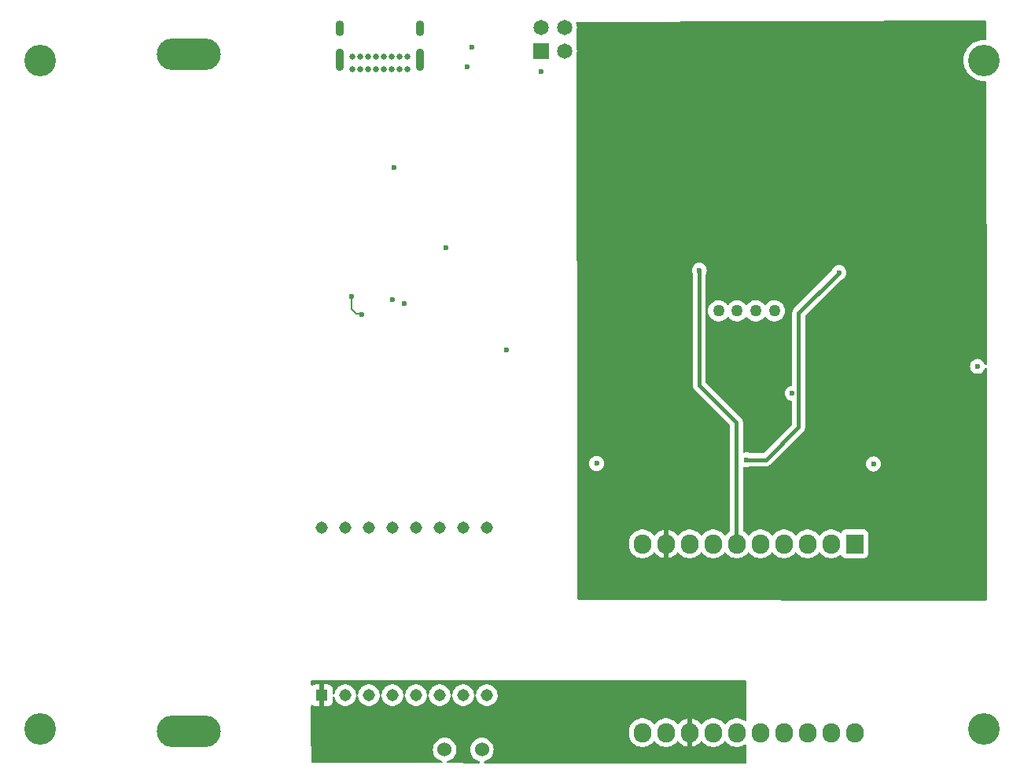
<source format=gbr>
%TF.GenerationSoftware,KiCad,Pcbnew,8.0.0*%
%TF.CreationDate,2025-02-07T12:08:42-03:30*%
%TF.ProjectId,H_Bridges,485f4272-6964-4676-9573-2e6b69636164,rev?*%
%TF.SameCoordinates,Original*%
%TF.FileFunction,Copper,L3,Inr*%
%TF.FilePolarity,Positive*%
%FSLAX46Y46*%
G04 Gerber Fmt 4.6, Leading zero omitted, Abs format (unit mm)*
G04 Created by KiCad (PCBNEW 8.0.0) date 2025-02-07 12:08:42*
%MOMM*%
%LPD*%
G01*
G04 APERTURE LIST*
%TA.AperFunction,ComponentPad*%
%ADD10C,3.400000*%
%TD*%
%TA.AperFunction,ComponentPad*%
%ADD11O,6.880000X3.440000*%
%TD*%
%TA.AperFunction,ComponentPad*%
%ADD12C,0.650000*%
%TD*%
%TA.AperFunction,ComponentPad*%
%ADD13O,0.900000X1.700000*%
%TD*%
%TA.AperFunction,ComponentPad*%
%ADD14O,0.900000X2.400000*%
%TD*%
%TA.AperFunction,ComponentPad*%
%ADD15R,1.900000X2.100000*%
%TD*%
%TA.AperFunction,ComponentPad*%
%ADD16O,1.900000X2.100000*%
%TD*%
%TA.AperFunction,ComponentPad*%
%ADD17C,1.524000*%
%TD*%
%TA.AperFunction,ComponentPad*%
%ADD18R,1.308000X1.308000*%
%TD*%
%TA.AperFunction,ComponentPad*%
%ADD19C,1.308000*%
%TD*%
%TA.AperFunction,ComponentPad*%
%ADD20R,1.651000X1.651000*%
%TD*%
%TA.AperFunction,ComponentPad*%
%ADD21C,1.651000*%
%TD*%
%TA.AperFunction,ComponentPad*%
%ADD22C,1.270000*%
%TD*%
%TA.AperFunction,ViaPad*%
%ADD23C,0.600000*%
%TD*%
%TA.AperFunction,Conductor*%
%ADD24C,0.200000*%
%TD*%
%TA.AperFunction,Conductor*%
%ADD25C,0.400000*%
%TD*%
G04 APERTURE END LIST*
D10*
%TO.N,unconnected-(H4-Pad1)*%
%TO.C,H4*%
X187300000Y-124200000D03*
%TD*%
%TO.N,unconnected-(H1-Pad1)*%
%TO.C,H1*%
X187300000Y-52250000D03*
%TD*%
%TO.N,unconnected-(H3-Pad1)*%
%TO.C,H3*%
X85700000Y-124200000D03*
%TD*%
D11*
%TO.N,GND*%
%TO.C,BT1*%
X101700000Y-124450000D03*
%TO.N,Net-(D10-K)*%
X101700000Y-51550000D03*
%TD*%
D10*
%TO.N,unconnected-(H2-Pad1)*%
%TO.C,H2*%
X85700000Y-52250000D03*
%TD*%
D12*
%TO.N,GND*%
%TO.C,J2*%
X125225000Y-53180000D03*
%TO.N,/Charger/VBUS*%
X124375000Y-53180000D03*
%TO.N,/Charger/CC1*%
X123525000Y-53180000D03*
%TO.N,/Charger/DP*%
X122675000Y-53180000D03*
%TO.N,/Charger/DN*%
X121825000Y-53180000D03*
%TO.N,unconnected-(J2-SBU1-PadA8)*%
X120975000Y-53180000D03*
%TO.N,/Charger/VBUS*%
X120125000Y-53180000D03*
%TO.N,GND*%
X119275000Y-53180000D03*
X119275000Y-51830000D03*
%TO.N,/Charger/VBUS*%
X120125000Y-51830000D03*
%TO.N,/Charger/CC2*%
X120975000Y-51830000D03*
%TO.N,/Charger/DP*%
X121825000Y-51830000D03*
%TO.N,/Charger/DN*%
X122675000Y-51830000D03*
%TO.N,unconnected-(J2-SBU2-PadB8)*%
X123525000Y-51830000D03*
%TO.N,/Charger/VBUS*%
X124375000Y-51830000D03*
%TO.N,GND*%
X125225000Y-51830000D03*
D13*
X126575000Y-48820000D03*
X117925000Y-48820000D03*
D14*
X126575000Y-52200000D03*
X117925000Y-52200000D03*
%TD*%
D15*
%TO.N,unconnected-(U1-RESET_5V-Pad1)*%
%TO.C,U1*%
X173390000Y-104300000D03*
D16*
%TO.N,unconnected-(U1-ADC-Pad2)*%
X170850000Y-104300000D03*
%TO.N,unconnected-(U1-CH_PD-Pad3)*%
X168310000Y-104300000D03*
%TO.N,/P2*%
X165770000Y-104300000D03*
%TO.N,/P1*%
X163230000Y-104300000D03*
%TO.N,/P3*%
X160690000Y-104300000D03*
%TO.N,/P4*%
X158150000Y-104300000D03*
%TO.N,unconnected-(U1-VIN-Pad8)*%
X155610000Y-104300000D03*
%TO.N,+5V*%
X153070000Y-104300000D03*
%TO.N,GND*%
X150530000Y-104300000D03*
X150530000Y-124620000D03*
%TO.N,unconnected-(U1-LDO_EN-Pad12)*%
X153070000Y-124620000D03*
%TO.N,+3V3*%
X155610000Y-124620000D03*
%TO.N,unconnected-(U1-GPIO15-Pad14)*%
X158150000Y-124620000D03*
%TO.N,unconnected-(U1-GPIO2-Pad15)*%
X160690000Y-124620000D03*
%TO.N,unconnected-(U1-GPIO0-Pad16)*%
X163230000Y-124620000D03*
%TO.N,unconnected-(U1-GPIO4-Pad17)*%
X165770000Y-124620000D03*
%TO.N,unconnected-(U1-GPIO5-Pad18)*%
X168310000Y-124620000D03*
%TO.N,/MP3_TX*%
X170850000Y-124620000D03*
%TO.N,/MP3_RX*%
X173390000Y-124620000D03*
%TD*%
D17*
%TO.N,/SPK+*%
%TO.C,LS1*%
X129250000Y-126450000D03*
%TO.N,/SPK-*%
X133250000Y-126450000D03*
%TD*%
D18*
%TO.N,+3V3*%
%TO.C,U4*%
X116000000Y-120600000D03*
D19*
%TO.N,Net-(U4-RX)*%
X118540000Y-120600000D03*
%TO.N,Net-(U4-TX)*%
X121080000Y-120600000D03*
%TO.N,unconnected-(U4-DAC_R-Pad4)*%
X123620000Y-120600000D03*
%TO.N,unconnected-(U4-DAC_L-Pad5)*%
X126160000Y-120600000D03*
%TO.N,/SPK+*%
X128700000Y-120600000D03*
%TO.N,GND*%
X131240000Y-120600000D03*
%TO.N,/SPK-*%
X133780000Y-120600000D03*
%TO.N,unconnected-(U4-IO1-Pad9)*%
X133780000Y-102566000D03*
%TO.N,GND*%
X131240000Y-102566000D03*
%TO.N,unconnected-(U4-IO2-Pad11)*%
X128700000Y-102566000D03*
%TO.N,unconnected-(U4-ADKEY1-Pad12)*%
X126160000Y-102566000D03*
%TO.N,unconnected-(U4-ADKEY2-Pad13)*%
X123620000Y-102566000D03*
%TO.N,unconnected-(U4-USB+-Pad14)*%
X121080000Y-102566000D03*
%TO.N,unconnected-(U4-USB--Pad15)*%
X118540000Y-102566000D03*
%TO.N,unconnected-(U4-BUSY-Pad16)*%
X116000000Y-102566000D03*
%TD*%
D20*
%TO.N,GND*%
%TO.C,LED1*%
X139611000Y-51267200D03*
D21*
%TO.N,Net-(LED1-Pad2)*%
X142151000Y-51267200D03*
%TO.N,Net-(U2-\u002ACHG)*%
X139611000Y-48727200D03*
%TO.N,VDD*%
X142151000Y-48727200D03*
%TD*%
D22*
%TO.N,/Coil_B+*%
%TO.C,J1*%
X158735851Y-79223350D03*
%TO.N,/Coil_A-*%
X160735849Y-79223350D03*
%TO.N,/Coil_B-*%
X162735850Y-79223350D03*
%TO.N,/Coil_A+*%
X164735849Y-79223350D03*
%TD*%
D23*
%TO.N,GND*%
X139600000Y-53450000D03*
X145600000Y-95650000D03*
X175400000Y-95700000D03*
X132180000Y-50790000D03*
X186600000Y-85200000D03*
X135930000Y-83400000D03*
X131627600Y-52910000D03*
%TO.N,Net-(D10-K)*%
X123600000Y-78000000D03*
X129350000Y-72450000D03*
%TO.N,VDD*%
X123800000Y-63750000D03*
%TO.N,+5V*%
X168392860Y-52800000D03*
X150950000Y-52800000D03*
X165964290Y-52800000D03*
X153378570Y-52800000D03*
X144150000Y-58214285D03*
X173250000Y-52800000D03*
X144150000Y-60642855D03*
X170821430Y-52800000D03*
X144150000Y-57000000D03*
X154592855Y-52800000D03*
X186550000Y-78200000D03*
X152164285Y-52800000D03*
X155807140Y-52800000D03*
X167178575Y-52800000D03*
X157021425Y-52800000D03*
X160800000Y-71300000D03*
X169607145Y-52800000D03*
X164750000Y-52800000D03*
X144150000Y-59428570D03*
X172035715Y-52800000D03*
X149735710Y-52800000D03*
X158235710Y-52800000D03*
X162400000Y-71200000D03*
X146800000Y-70950000D03*
%TO.N,Net-(Q10-S)*%
X119250000Y-77700000D03*
X120350000Y-79599999D03*
%TO.N,/P1*%
X166650000Y-88100000D03*
%TO.N,/P3*%
X156650000Y-74850000D03*
%TO.N,/P4*%
X171700000Y-75100000D03*
X161750000Y-95250000D03*
%TO.N,Net-(U2-\u002ACHG)*%
X124900000Y-78400000D03*
%TD*%
D24*
%TO.N,Net-(Q10-S)*%
X120250001Y-79500000D02*
X120350000Y-79599999D01*
X119250000Y-79000000D02*
X119750000Y-79500000D01*
X119750000Y-79500000D02*
X120250001Y-79500000D01*
X119250000Y-77700000D02*
X119250000Y-79000000D01*
D25*
%TO.N,/P3*%
X156650000Y-74850000D02*
X156650000Y-87200000D01*
X160661200Y-91211200D02*
X160661200Y-104280000D01*
X156650000Y-87200000D02*
X160661200Y-91211200D01*
%TO.N,/P4*%
X167350000Y-91700000D02*
X163800000Y-95250000D01*
X167350000Y-79450000D02*
X167350000Y-91700000D01*
X171700000Y-75100000D02*
X167350000Y-79450000D01*
X163800000Y-95250000D02*
X161750000Y-95250000D01*
%TD*%
%TA.AperFunction,Conductor*%
%TO.N,+3V3*%
G36*
X161576823Y-118999868D02*
G01*
X161643841Y-119019624D01*
X161689539Y-119072477D01*
X161700688Y-119123175D01*
X161723653Y-123234021D01*
X161704343Y-123301170D01*
X161651796Y-123347219D01*
X161582694Y-123357549D01*
X161526769Y-123335032D01*
X161450228Y-123279421D01*
X161246803Y-123175770D01*
X161029660Y-123105215D01*
X160804162Y-123069500D01*
X160804157Y-123069500D01*
X160575843Y-123069500D01*
X160575838Y-123069500D01*
X160350339Y-123105215D01*
X160133196Y-123175770D01*
X159929771Y-123279421D01*
X159745061Y-123413622D01*
X159583623Y-123575060D01*
X159583616Y-123575069D01*
X159520317Y-123662191D01*
X159464987Y-123704857D01*
X159395373Y-123710835D01*
X159333579Y-123678228D01*
X159319683Y-123662191D01*
X159256617Y-123575391D01*
X159256379Y-123575063D01*
X159094937Y-123413621D01*
X158910228Y-123279421D01*
X158706803Y-123175770D01*
X158489660Y-123105215D01*
X158264162Y-123069500D01*
X158264157Y-123069500D01*
X158035843Y-123069500D01*
X158035838Y-123069500D01*
X157810339Y-123105215D01*
X157593196Y-123175770D01*
X157389771Y-123279421D01*
X157205061Y-123413622D01*
X157043622Y-123575061D01*
X156999834Y-123635329D01*
X156980319Y-123662191D01*
X156980009Y-123662617D01*
X156924678Y-123705282D01*
X156855065Y-123711261D01*
X156793270Y-123678655D01*
X156779373Y-123662616D01*
X156716000Y-123575391D01*
X156715995Y-123575385D01*
X156554614Y-123414004D01*
X156369966Y-123279849D01*
X156166602Y-123176229D01*
X155949541Y-123105703D01*
X155860000Y-123091521D01*
X155860000Y-124175439D01*
X155806853Y-124144755D01*
X155677143Y-124110000D01*
X155542857Y-124110000D01*
X155413147Y-124144755D01*
X155360000Y-124175439D01*
X155360000Y-123091521D01*
X155359999Y-123091521D01*
X155270458Y-123105703D01*
X155053397Y-123176229D01*
X154850033Y-123279849D01*
X154665385Y-123414004D01*
X154504003Y-123575386D01*
X154440626Y-123662617D01*
X154385295Y-123705283D01*
X154315682Y-123711261D01*
X154253887Y-123678655D01*
X154239990Y-123662616D01*
X154239681Y-123662191D01*
X154176379Y-123575063D01*
X154014937Y-123413621D01*
X153830228Y-123279421D01*
X153626803Y-123175770D01*
X153409660Y-123105215D01*
X153184162Y-123069500D01*
X153184157Y-123069500D01*
X152955843Y-123069500D01*
X152955838Y-123069500D01*
X152730339Y-123105215D01*
X152513196Y-123175770D01*
X152309771Y-123279421D01*
X152125061Y-123413622D01*
X151963623Y-123575060D01*
X151963616Y-123575069D01*
X151900317Y-123662191D01*
X151844987Y-123704857D01*
X151775373Y-123710835D01*
X151713579Y-123678228D01*
X151699683Y-123662191D01*
X151636617Y-123575391D01*
X151636379Y-123575063D01*
X151474937Y-123413621D01*
X151290228Y-123279421D01*
X151086803Y-123175770D01*
X150869660Y-123105215D01*
X150644162Y-123069500D01*
X150644157Y-123069500D01*
X150415843Y-123069500D01*
X150415838Y-123069500D01*
X150190339Y-123105215D01*
X149973196Y-123175770D01*
X149769771Y-123279421D01*
X149585061Y-123413622D01*
X149423622Y-123575061D01*
X149289421Y-123759771D01*
X149185770Y-123963196D01*
X149115215Y-124180339D01*
X149079500Y-124405837D01*
X149079500Y-124834162D01*
X149115215Y-125059660D01*
X149185770Y-125276803D01*
X149288882Y-125479170D01*
X149289421Y-125480228D01*
X149423621Y-125664937D01*
X149585063Y-125826379D01*
X149769772Y-125960579D01*
X149865884Y-126009550D01*
X149973196Y-126064229D01*
X149973198Y-126064229D01*
X149973201Y-126064231D01*
X150089592Y-126102049D01*
X150190339Y-126134784D01*
X150415838Y-126170500D01*
X150415843Y-126170500D01*
X150644162Y-126170500D01*
X150869660Y-126134784D01*
X150871165Y-126134295D01*
X151086799Y-126064231D01*
X151290228Y-125960579D01*
X151474937Y-125826379D01*
X151636379Y-125664937D01*
X151699682Y-125577807D01*
X151755012Y-125535143D01*
X151824626Y-125529164D01*
X151886421Y-125561770D01*
X151900315Y-125577804D01*
X151963621Y-125664937D01*
X152125063Y-125826379D01*
X152309772Y-125960579D01*
X152405884Y-126009550D01*
X152513196Y-126064229D01*
X152513198Y-126064229D01*
X152513201Y-126064231D01*
X152629592Y-126102049D01*
X152730339Y-126134784D01*
X152955838Y-126170500D01*
X152955843Y-126170500D01*
X153184162Y-126170500D01*
X153409660Y-126134784D01*
X153411165Y-126134295D01*
X153626799Y-126064231D01*
X153830228Y-125960579D01*
X154014937Y-125826379D01*
X154176379Y-125664937D01*
X154239992Y-125577380D01*
X154295319Y-125534717D01*
X154364933Y-125528738D01*
X154426728Y-125561343D01*
X154440626Y-125577382D01*
X154504004Y-125664613D01*
X154504004Y-125664614D01*
X154665385Y-125825995D01*
X154850033Y-125960150D01*
X155053395Y-126063769D01*
X155270455Y-126134295D01*
X155360000Y-126148478D01*
X155360000Y-125064560D01*
X155413147Y-125095245D01*
X155542857Y-125130000D01*
X155677143Y-125130000D01*
X155806853Y-125095245D01*
X155860000Y-125064560D01*
X155860000Y-126148477D01*
X155949544Y-126134295D01*
X156166604Y-126063769D01*
X156369966Y-125960150D01*
X156554614Y-125825995D01*
X156715995Y-125664614D01*
X156716000Y-125664608D01*
X156779373Y-125577383D01*
X156834702Y-125534717D01*
X156904316Y-125528738D01*
X156966111Y-125561343D01*
X156980003Y-125577375D01*
X157043621Y-125664937D01*
X157205063Y-125826379D01*
X157389772Y-125960579D01*
X157485884Y-126009550D01*
X157593196Y-126064229D01*
X157593198Y-126064229D01*
X157593201Y-126064231D01*
X157709592Y-126102049D01*
X157810339Y-126134784D01*
X158035838Y-126170500D01*
X158035843Y-126170500D01*
X158264162Y-126170500D01*
X158489660Y-126134784D01*
X158491165Y-126134295D01*
X158706799Y-126064231D01*
X158910228Y-125960579D01*
X159094937Y-125826379D01*
X159256379Y-125664937D01*
X159319682Y-125577807D01*
X159375012Y-125535143D01*
X159444626Y-125529164D01*
X159506421Y-125561770D01*
X159520315Y-125577804D01*
X159583621Y-125664937D01*
X159745063Y-125826379D01*
X159929772Y-125960579D01*
X160025884Y-126009550D01*
X160133196Y-126064229D01*
X160133198Y-126064229D01*
X160133201Y-126064231D01*
X160249592Y-126102049D01*
X160350339Y-126134784D01*
X160575838Y-126170500D01*
X160575843Y-126170500D01*
X160804162Y-126170500D01*
X161029660Y-126134784D01*
X161031165Y-126134295D01*
X161246799Y-126064231D01*
X161450228Y-125960579D01*
X161542186Y-125893766D01*
X161607989Y-125870287D01*
X161676043Y-125886112D01*
X161724739Y-125936217D01*
X161739068Y-125993392D01*
X161749302Y-127825173D01*
X161729992Y-127892322D01*
X161677445Y-127938371D01*
X161625172Y-127949866D01*
X133583779Y-127919939D01*
X133516760Y-127900183D01*
X133471062Y-127847330D01*
X133461192Y-127778161D01*
X133490285Y-127714636D01*
X133549103Y-127676925D01*
X133551738Y-127676186D01*
X133683450Y-127640894D01*
X133883662Y-127547534D01*
X134064620Y-127420826D01*
X134220826Y-127264620D01*
X134347534Y-127083662D01*
X134440894Y-126883450D01*
X134498070Y-126670068D01*
X134517323Y-126450000D01*
X134498070Y-126229932D01*
X134440894Y-126016550D01*
X134347534Y-125816339D01*
X134220826Y-125635380D01*
X134064620Y-125479174D01*
X134064616Y-125479171D01*
X134064615Y-125479170D01*
X133883666Y-125352468D01*
X133883662Y-125352466D01*
X133721401Y-125276803D01*
X133683450Y-125259106D01*
X133683447Y-125259105D01*
X133683445Y-125259104D01*
X133470070Y-125201930D01*
X133470062Y-125201929D01*
X133250002Y-125182677D01*
X133249998Y-125182677D01*
X133029937Y-125201929D01*
X133029929Y-125201930D01*
X132816554Y-125259104D01*
X132816548Y-125259107D01*
X132616340Y-125352465D01*
X132616338Y-125352466D01*
X132435377Y-125479175D01*
X132279175Y-125635377D01*
X132152466Y-125816338D01*
X132152465Y-125816340D01*
X132059107Y-126016548D01*
X132059104Y-126016554D01*
X132001930Y-126229929D01*
X132001929Y-126229937D01*
X131982677Y-126449997D01*
X131982677Y-126450002D01*
X132001929Y-126670062D01*
X132001930Y-126670070D01*
X132059104Y-126883445D01*
X132059105Y-126883447D01*
X132059106Y-126883450D01*
X132152466Y-127083662D01*
X132152468Y-127083666D01*
X132279170Y-127264615D01*
X132279175Y-127264621D01*
X132435378Y-127420824D01*
X132435384Y-127420829D01*
X132616333Y-127547531D01*
X132616335Y-127547532D01*
X132616338Y-127547534D01*
X132816550Y-127640894D01*
X132945511Y-127675449D01*
X133005172Y-127711814D01*
X133035701Y-127774661D01*
X133027406Y-127844036D01*
X132982921Y-127897914D01*
X132916369Y-127919189D01*
X132913286Y-127919224D01*
X129599647Y-127915687D01*
X129532628Y-127895931D01*
X129486930Y-127843078D01*
X129477060Y-127773909D01*
X129506153Y-127710384D01*
X129564971Y-127672673D01*
X129567617Y-127671931D01*
X129651877Y-127649353D01*
X129683440Y-127640897D01*
X129683441Y-127640896D01*
X129683450Y-127640894D01*
X129883662Y-127547534D01*
X130064620Y-127420826D01*
X130220826Y-127264620D01*
X130347534Y-127083662D01*
X130440894Y-126883450D01*
X130498070Y-126670068D01*
X130517323Y-126450000D01*
X130498070Y-126229932D01*
X130440894Y-126016550D01*
X130347534Y-125816339D01*
X130220826Y-125635380D01*
X130064620Y-125479174D01*
X130064616Y-125479171D01*
X130064615Y-125479170D01*
X129883666Y-125352468D01*
X129883662Y-125352466D01*
X129721401Y-125276803D01*
X129683450Y-125259106D01*
X129683447Y-125259105D01*
X129683445Y-125259104D01*
X129470070Y-125201930D01*
X129470062Y-125201929D01*
X129250002Y-125182677D01*
X129249998Y-125182677D01*
X129029937Y-125201929D01*
X129029929Y-125201930D01*
X128816554Y-125259104D01*
X128816548Y-125259107D01*
X128616340Y-125352465D01*
X128616338Y-125352466D01*
X128435377Y-125479175D01*
X128279175Y-125635377D01*
X128152466Y-125816338D01*
X128152465Y-125816340D01*
X128059107Y-126016548D01*
X128059104Y-126016554D01*
X128001930Y-126229929D01*
X128001929Y-126229937D01*
X127982677Y-126449997D01*
X127982677Y-126450002D01*
X128001929Y-126670062D01*
X128001930Y-126670070D01*
X128059104Y-126883445D01*
X128059105Y-126883447D01*
X128059106Y-126883450D01*
X128152466Y-127083662D01*
X128152468Y-127083666D01*
X128279170Y-127264615D01*
X128279175Y-127264621D01*
X128435378Y-127420824D01*
X128435384Y-127420829D01*
X128616333Y-127547531D01*
X128616335Y-127547532D01*
X128616338Y-127547534D01*
X128816550Y-127640894D01*
X128816556Y-127640895D01*
X128816557Y-127640896D01*
X128929515Y-127671163D01*
X128989176Y-127707528D01*
X129019705Y-127770375D01*
X129011410Y-127839750D01*
X128966925Y-127893628D01*
X128900373Y-127914903D01*
X128897290Y-127914938D01*
X115022159Y-127900130D01*
X114955140Y-127880374D01*
X114909442Y-127827521D01*
X114898303Y-127777854D01*
X114850012Y-124300864D01*
X114850000Y-124299142D01*
X114850000Y-121754997D01*
X114869685Y-121687958D01*
X114922489Y-121642203D01*
X114991647Y-121632259D01*
X115048312Y-121655731D01*
X115103910Y-121697352D01*
X115103913Y-121697354D01*
X115238620Y-121747596D01*
X115238627Y-121747598D01*
X115298155Y-121753999D01*
X115298172Y-121754000D01*
X115750000Y-121754000D01*
X115750000Y-120915686D01*
X115754394Y-120920080D01*
X115845606Y-120972741D01*
X115947339Y-121000000D01*
X116052661Y-121000000D01*
X116154394Y-120972741D01*
X116245606Y-120920080D01*
X116250000Y-120915686D01*
X116250000Y-121754000D01*
X116701828Y-121754000D01*
X116701844Y-121753999D01*
X116761372Y-121747598D01*
X116761379Y-121747596D01*
X116896086Y-121697354D01*
X116896093Y-121697350D01*
X117011187Y-121611190D01*
X117011190Y-121611187D01*
X117097350Y-121496093D01*
X117097354Y-121496086D01*
X117147596Y-121361379D01*
X117147598Y-121361372D01*
X117153999Y-121301844D01*
X117154000Y-121301827D01*
X117154000Y-120833653D01*
X117173685Y-120766614D01*
X117226489Y-120720859D01*
X117295647Y-120710915D01*
X117359203Y-120739940D01*
X117396977Y-120798718D01*
X117399888Y-120810866D01*
X117400296Y-120813048D01*
X117458846Y-121018835D01*
X117458849Y-121018840D01*
X117554219Y-121210370D01*
X117683159Y-121381114D01*
X117841278Y-121525258D01*
X117841283Y-121525261D01*
X117841286Y-121525263D01*
X118023186Y-121637891D01*
X118023187Y-121637891D01*
X118023190Y-121637893D01*
X118222703Y-121715185D01*
X118433020Y-121754500D01*
X118433022Y-121754500D01*
X118646978Y-121754500D01*
X118646980Y-121754500D01*
X118857297Y-121715185D01*
X119056810Y-121637893D01*
X119238722Y-121525258D01*
X119396841Y-121381114D01*
X119525781Y-121210370D01*
X119621151Y-121018840D01*
X119621151Y-121018837D01*
X119621153Y-121018835D01*
X119679703Y-120813050D01*
X119679704Y-120813047D01*
X119686479Y-120739940D01*
X119686529Y-120739394D01*
X119712315Y-120674457D01*
X119769116Y-120633770D01*
X119838897Y-120630250D01*
X119899503Y-120665015D01*
X119931693Y-120727028D01*
X119933471Y-120739395D01*
X119940295Y-120813047D01*
X119940296Y-120813050D01*
X119998846Y-121018835D01*
X119998849Y-121018840D01*
X120094219Y-121210370D01*
X120223159Y-121381114D01*
X120381278Y-121525258D01*
X120381283Y-121525261D01*
X120381286Y-121525263D01*
X120563186Y-121637891D01*
X120563187Y-121637891D01*
X120563190Y-121637893D01*
X120762703Y-121715185D01*
X120973020Y-121754500D01*
X120973022Y-121754500D01*
X121186978Y-121754500D01*
X121186980Y-121754500D01*
X121397297Y-121715185D01*
X121596810Y-121637893D01*
X121778722Y-121525258D01*
X121936841Y-121381114D01*
X122065781Y-121210370D01*
X122161151Y-121018840D01*
X122161151Y-121018837D01*
X122161153Y-121018835D01*
X122219703Y-120813050D01*
X122219704Y-120813047D01*
X122226479Y-120739940D01*
X122226529Y-120739394D01*
X122252315Y-120674457D01*
X122309116Y-120633770D01*
X122378897Y-120630250D01*
X122439503Y-120665015D01*
X122471693Y-120727028D01*
X122473471Y-120739395D01*
X122480295Y-120813047D01*
X122480296Y-120813050D01*
X122538846Y-121018835D01*
X122538849Y-121018840D01*
X122634219Y-121210370D01*
X122763159Y-121381114D01*
X122921278Y-121525258D01*
X122921283Y-121525261D01*
X122921286Y-121525263D01*
X123103186Y-121637891D01*
X123103187Y-121637891D01*
X123103190Y-121637893D01*
X123302703Y-121715185D01*
X123513020Y-121754500D01*
X123513022Y-121754500D01*
X123726978Y-121754500D01*
X123726980Y-121754500D01*
X123937297Y-121715185D01*
X124136810Y-121637893D01*
X124318722Y-121525258D01*
X124476841Y-121381114D01*
X124605781Y-121210370D01*
X124701151Y-121018840D01*
X124701151Y-121018837D01*
X124701153Y-121018835D01*
X124759703Y-120813050D01*
X124759704Y-120813047D01*
X124766479Y-120739940D01*
X124766529Y-120739394D01*
X124792315Y-120674457D01*
X124849116Y-120633770D01*
X124918897Y-120630250D01*
X124979503Y-120665015D01*
X125011693Y-120727028D01*
X125013471Y-120739395D01*
X125020295Y-120813047D01*
X125020296Y-120813050D01*
X125078846Y-121018835D01*
X125078849Y-121018840D01*
X125174219Y-121210370D01*
X125303159Y-121381114D01*
X125461278Y-121525258D01*
X125461283Y-121525261D01*
X125461286Y-121525263D01*
X125643186Y-121637891D01*
X125643187Y-121637891D01*
X125643190Y-121637893D01*
X125842703Y-121715185D01*
X126053020Y-121754500D01*
X126053022Y-121754500D01*
X126266978Y-121754500D01*
X126266980Y-121754500D01*
X126477297Y-121715185D01*
X126676810Y-121637893D01*
X126858722Y-121525258D01*
X127016841Y-121381114D01*
X127145781Y-121210370D01*
X127241151Y-121018840D01*
X127241151Y-121018837D01*
X127241153Y-121018835D01*
X127299703Y-120813050D01*
X127299704Y-120813047D01*
X127306479Y-120739940D01*
X127306529Y-120739394D01*
X127332315Y-120674457D01*
X127389116Y-120633770D01*
X127458897Y-120630250D01*
X127519503Y-120665015D01*
X127551693Y-120727028D01*
X127553471Y-120739395D01*
X127560295Y-120813047D01*
X127560296Y-120813050D01*
X127618846Y-121018835D01*
X127618849Y-121018840D01*
X127714219Y-121210370D01*
X127843159Y-121381114D01*
X128001278Y-121525258D01*
X128001283Y-121525261D01*
X128001286Y-121525263D01*
X128183186Y-121637891D01*
X128183187Y-121637891D01*
X128183190Y-121637893D01*
X128382703Y-121715185D01*
X128593020Y-121754500D01*
X128593022Y-121754500D01*
X128806978Y-121754500D01*
X128806980Y-121754500D01*
X129017297Y-121715185D01*
X129216810Y-121637893D01*
X129398722Y-121525258D01*
X129556841Y-121381114D01*
X129685781Y-121210370D01*
X129781151Y-121018840D01*
X129781151Y-121018837D01*
X129781153Y-121018835D01*
X129839703Y-120813050D01*
X129839704Y-120813047D01*
X129846479Y-120739940D01*
X129846529Y-120739394D01*
X129872315Y-120674457D01*
X129929116Y-120633770D01*
X129998897Y-120630250D01*
X130059503Y-120665015D01*
X130091693Y-120727028D01*
X130093471Y-120739395D01*
X130100295Y-120813047D01*
X130100296Y-120813050D01*
X130158846Y-121018835D01*
X130158849Y-121018840D01*
X130254219Y-121210370D01*
X130383159Y-121381114D01*
X130541278Y-121525258D01*
X130541283Y-121525261D01*
X130541286Y-121525263D01*
X130723186Y-121637891D01*
X130723187Y-121637891D01*
X130723190Y-121637893D01*
X130922703Y-121715185D01*
X131133020Y-121754500D01*
X131133022Y-121754500D01*
X131346978Y-121754500D01*
X131346980Y-121754500D01*
X131557297Y-121715185D01*
X131756810Y-121637893D01*
X131938722Y-121525258D01*
X132096841Y-121381114D01*
X132225781Y-121210370D01*
X132321151Y-121018840D01*
X132321151Y-121018837D01*
X132321153Y-121018835D01*
X132379703Y-120813050D01*
X132379704Y-120813047D01*
X132386479Y-120739940D01*
X132386529Y-120739394D01*
X132412315Y-120674457D01*
X132469116Y-120633770D01*
X132538897Y-120630250D01*
X132599503Y-120665015D01*
X132631693Y-120727028D01*
X132633471Y-120739395D01*
X132640295Y-120813047D01*
X132640296Y-120813050D01*
X132698846Y-121018835D01*
X132698849Y-121018840D01*
X132794219Y-121210370D01*
X132923159Y-121381114D01*
X133081278Y-121525258D01*
X133081283Y-121525261D01*
X133081286Y-121525263D01*
X133263186Y-121637891D01*
X133263187Y-121637891D01*
X133263190Y-121637893D01*
X133462703Y-121715185D01*
X133673020Y-121754500D01*
X133673022Y-121754500D01*
X133886978Y-121754500D01*
X133886980Y-121754500D01*
X134097297Y-121715185D01*
X134296810Y-121637893D01*
X134478722Y-121525258D01*
X134636841Y-121381114D01*
X134765781Y-121210370D01*
X134861151Y-121018840D01*
X134861151Y-121018837D01*
X134861153Y-121018835D01*
X134919703Y-120813050D01*
X134919704Y-120813047D01*
X134926479Y-120739940D01*
X134939446Y-120600000D01*
X134919704Y-120386952D01*
X134889251Y-120279920D01*
X134861153Y-120181164D01*
X134861150Y-120181158D01*
X134765781Y-119989630D01*
X134636841Y-119818886D01*
X134478722Y-119674742D01*
X134478716Y-119674738D01*
X134478713Y-119674736D01*
X134296813Y-119562108D01*
X134296807Y-119562106D01*
X134097297Y-119484815D01*
X133886980Y-119445500D01*
X133673020Y-119445500D01*
X133462703Y-119484815D01*
X133412074Y-119504429D01*
X133263192Y-119562106D01*
X133263186Y-119562108D01*
X133081286Y-119674736D01*
X133081283Y-119674738D01*
X133081279Y-119674740D01*
X133081278Y-119674742D01*
X133049287Y-119703906D01*
X132923158Y-119818887D01*
X132794219Y-119989629D01*
X132698849Y-120181158D01*
X132698846Y-120181164D01*
X132640296Y-120386949D01*
X132640295Y-120386952D01*
X132633471Y-120460604D01*
X132607685Y-120525542D01*
X132550884Y-120566229D01*
X132481103Y-120569749D01*
X132420497Y-120534984D01*
X132388307Y-120472971D01*
X132386529Y-120460604D01*
X132379704Y-120386952D01*
X132379703Y-120386949D01*
X132321153Y-120181164D01*
X132321150Y-120181158D01*
X132225781Y-119989630D01*
X132096841Y-119818886D01*
X131938722Y-119674742D01*
X131938716Y-119674738D01*
X131938713Y-119674736D01*
X131756813Y-119562108D01*
X131756807Y-119562106D01*
X131557297Y-119484815D01*
X131346980Y-119445500D01*
X131133020Y-119445500D01*
X130922703Y-119484815D01*
X130872074Y-119504429D01*
X130723192Y-119562106D01*
X130723186Y-119562108D01*
X130541286Y-119674736D01*
X130541283Y-119674738D01*
X130541279Y-119674740D01*
X130541278Y-119674742D01*
X130509287Y-119703906D01*
X130383158Y-119818887D01*
X130254219Y-119989629D01*
X130158849Y-120181158D01*
X130158846Y-120181164D01*
X130100296Y-120386949D01*
X130100295Y-120386952D01*
X130093471Y-120460604D01*
X130067685Y-120525542D01*
X130010884Y-120566229D01*
X129941103Y-120569749D01*
X129880497Y-120534984D01*
X129848307Y-120472971D01*
X129846529Y-120460604D01*
X129839704Y-120386952D01*
X129839703Y-120386949D01*
X129781153Y-120181164D01*
X129781150Y-120181158D01*
X129685781Y-119989630D01*
X129556841Y-119818886D01*
X129398722Y-119674742D01*
X129398716Y-119674738D01*
X129398713Y-119674736D01*
X129216813Y-119562108D01*
X129216807Y-119562106D01*
X129017297Y-119484815D01*
X128806980Y-119445500D01*
X128593020Y-119445500D01*
X128382703Y-119484815D01*
X128332074Y-119504429D01*
X128183192Y-119562106D01*
X128183186Y-119562108D01*
X128001286Y-119674736D01*
X128001283Y-119674738D01*
X128001279Y-119674740D01*
X128001278Y-119674742D01*
X127969287Y-119703906D01*
X127843158Y-119818887D01*
X127714219Y-119989629D01*
X127618849Y-120181158D01*
X127618846Y-120181164D01*
X127560296Y-120386949D01*
X127560295Y-120386952D01*
X127553471Y-120460604D01*
X127527685Y-120525542D01*
X127470884Y-120566229D01*
X127401103Y-120569749D01*
X127340497Y-120534984D01*
X127308307Y-120472971D01*
X127306529Y-120460604D01*
X127299704Y-120386952D01*
X127299703Y-120386949D01*
X127241153Y-120181164D01*
X127241150Y-120181158D01*
X127145781Y-119989630D01*
X127016841Y-119818886D01*
X126858722Y-119674742D01*
X126858716Y-119674738D01*
X126858713Y-119674736D01*
X126676813Y-119562108D01*
X126676807Y-119562106D01*
X126477297Y-119484815D01*
X126266980Y-119445500D01*
X126053020Y-119445500D01*
X125842703Y-119484815D01*
X125792074Y-119504429D01*
X125643192Y-119562106D01*
X125643186Y-119562108D01*
X125461286Y-119674736D01*
X125461283Y-119674738D01*
X125461279Y-119674740D01*
X125461278Y-119674742D01*
X125429287Y-119703906D01*
X125303158Y-119818887D01*
X125174219Y-119989629D01*
X125078849Y-120181158D01*
X125078846Y-120181164D01*
X125020296Y-120386949D01*
X125020295Y-120386952D01*
X125013471Y-120460604D01*
X124987685Y-120525542D01*
X124930884Y-120566229D01*
X124861103Y-120569749D01*
X124800497Y-120534984D01*
X124768307Y-120472971D01*
X124766529Y-120460604D01*
X124759704Y-120386952D01*
X124759703Y-120386949D01*
X124701153Y-120181164D01*
X124701150Y-120181158D01*
X124605781Y-119989630D01*
X124476841Y-119818886D01*
X124318722Y-119674742D01*
X124318716Y-119674738D01*
X124318713Y-119674736D01*
X124136813Y-119562108D01*
X124136807Y-119562106D01*
X123937297Y-119484815D01*
X123726980Y-119445500D01*
X123513020Y-119445500D01*
X123302703Y-119484815D01*
X123252074Y-119504429D01*
X123103192Y-119562106D01*
X123103186Y-119562108D01*
X122921286Y-119674736D01*
X122921283Y-119674738D01*
X122921279Y-119674740D01*
X122921278Y-119674742D01*
X122889287Y-119703906D01*
X122763158Y-119818887D01*
X122634219Y-119989629D01*
X122538849Y-120181158D01*
X122538846Y-120181164D01*
X122480296Y-120386949D01*
X122480295Y-120386952D01*
X122473471Y-120460604D01*
X122447685Y-120525542D01*
X122390884Y-120566229D01*
X122321103Y-120569749D01*
X122260497Y-120534984D01*
X122228307Y-120472971D01*
X122226529Y-120460604D01*
X122219704Y-120386952D01*
X122219703Y-120386949D01*
X122161153Y-120181164D01*
X122161150Y-120181158D01*
X122065781Y-119989630D01*
X121936841Y-119818886D01*
X121778722Y-119674742D01*
X121778716Y-119674738D01*
X121778713Y-119674736D01*
X121596813Y-119562108D01*
X121596807Y-119562106D01*
X121397297Y-119484815D01*
X121186980Y-119445500D01*
X120973020Y-119445500D01*
X120762703Y-119484815D01*
X120712074Y-119504429D01*
X120563192Y-119562106D01*
X120563186Y-119562108D01*
X120381286Y-119674736D01*
X120381283Y-119674738D01*
X120381279Y-119674740D01*
X120381278Y-119674742D01*
X120349287Y-119703906D01*
X120223158Y-119818887D01*
X120094219Y-119989629D01*
X119998849Y-120181158D01*
X119998846Y-120181164D01*
X119940296Y-120386949D01*
X119940295Y-120386952D01*
X119933471Y-120460604D01*
X119907685Y-120525542D01*
X119850884Y-120566229D01*
X119781103Y-120569749D01*
X119720497Y-120534984D01*
X119688307Y-120472971D01*
X119686529Y-120460604D01*
X119679704Y-120386952D01*
X119679703Y-120386949D01*
X119621153Y-120181164D01*
X119621150Y-120181158D01*
X119525781Y-119989630D01*
X119396841Y-119818886D01*
X119238722Y-119674742D01*
X119238716Y-119674738D01*
X119238713Y-119674736D01*
X119056813Y-119562108D01*
X119056807Y-119562106D01*
X118857297Y-119484815D01*
X118646980Y-119445500D01*
X118433020Y-119445500D01*
X118222703Y-119484815D01*
X118172074Y-119504429D01*
X118023192Y-119562106D01*
X118023186Y-119562108D01*
X117841286Y-119674736D01*
X117841283Y-119674738D01*
X117841279Y-119674740D01*
X117841278Y-119674742D01*
X117809287Y-119703906D01*
X117683158Y-119818887D01*
X117554219Y-119989629D01*
X117458849Y-120181158D01*
X117458846Y-120181164D01*
X117400297Y-120386946D01*
X117399888Y-120389136D01*
X117399403Y-120390089D01*
X117398727Y-120392466D01*
X117398261Y-120392333D01*
X117368218Y-120451415D01*
X117307904Y-120486686D01*
X117238096Y-120483750D01*
X117180957Y-120443539D01*
X117154629Y-120378819D01*
X117154000Y-120366346D01*
X117154000Y-119898172D01*
X117153999Y-119898155D01*
X117147598Y-119838627D01*
X117147596Y-119838620D01*
X117097354Y-119703913D01*
X117097350Y-119703906D01*
X117011190Y-119588812D01*
X117011187Y-119588809D01*
X116896093Y-119502649D01*
X116896086Y-119502645D01*
X116761379Y-119452403D01*
X116761372Y-119452401D01*
X116701844Y-119446000D01*
X116250000Y-119446000D01*
X116250000Y-120284314D01*
X116245606Y-120279920D01*
X116154394Y-120227259D01*
X116052661Y-120200000D01*
X115947339Y-120200000D01*
X115845606Y-120227259D01*
X115754394Y-120279920D01*
X115750000Y-120284314D01*
X115750000Y-119446000D01*
X115298155Y-119446000D01*
X115238627Y-119452401D01*
X115238620Y-119452403D01*
X115103913Y-119502645D01*
X115103910Y-119502647D01*
X115048311Y-119544269D01*
X114982847Y-119568686D01*
X114914574Y-119553834D01*
X114865168Y-119504429D01*
X114850000Y-119445002D01*
X114850000Y-119074132D01*
X114869685Y-119007093D01*
X114922489Y-118961338D01*
X114974129Y-118950132D01*
X161576823Y-118999868D01*
G37*
%TD.AperFunction*%
%TD*%
%TA.AperFunction,Conductor*%
%TO.N,+5V*%
G36*
X187492906Y-47969865D02*
G01*
X187538828Y-48022523D01*
X187550198Y-48074193D01*
X187553167Y-49928778D01*
X187533590Y-49995849D01*
X187480859Y-50041689D01*
X187421058Y-50052712D01*
X187300000Y-50044778D01*
X187012161Y-50063644D01*
X187012155Y-50063645D01*
X187012150Y-50063646D01*
X186729254Y-50119917D01*
X186729239Y-50119921D01*
X186456094Y-50212642D01*
X186197393Y-50340219D01*
X186197386Y-50340223D01*
X185957547Y-50500478D01*
X185740672Y-50690672D01*
X185550478Y-50907547D01*
X185390223Y-51147386D01*
X185390219Y-51147393D01*
X185262642Y-51406094D01*
X185169921Y-51679239D01*
X185169917Y-51679254D01*
X185113646Y-51962150D01*
X185113644Y-51962162D01*
X185094778Y-52250000D01*
X185113644Y-52537837D01*
X185113646Y-52537849D01*
X185169917Y-52820745D01*
X185169921Y-52820760D01*
X185262642Y-53093905D01*
X185390219Y-53352606D01*
X185390223Y-53352613D01*
X185550478Y-53592452D01*
X185740672Y-53809327D01*
X185957546Y-53999520D01*
X186197389Y-54159778D01*
X186456098Y-54287359D01*
X186729247Y-54380081D01*
X187012161Y-54436356D01*
X187300000Y-54455222D01*
X187428490Y-54446800D01*
X187496673Y-54462057D01*
X187545784Y-54511755D01*
X187560600Y-54570335D01*
X187609215Y-84930453D01*
X187589638Y-84997524D01*
X187536907Y-85043364D01*
X187467765Y-85053418D01*
X187404162Y-85024495D01*
X187368174Y-84971607D01*
X187325789Y-84850478D01*
X187229816Y-84697738D01*
X187102262Y-84570184D01*
X186949523Y-84474211D01*
X186779254Y-84414631D01*
X186779249Y-84414630D01*
X186600004Y-84394435D01*
X186599996Y-84394435D01*
X186420750Y-84414630D01*
X186420745Y-84414631D01*
X186250476Y-84474211D01*
X186097737Y-84570184D01*
X185970184Y-84697737D01*
X185874211Y-84850476D01*
X185814631Y-85020745D01*
X185814630Y-85020750D01*
X185794435Y-85199996D01*
X185794435Y-85200003D01*
X185814630Y-85379249D01*
X185814631Y-85379254D01*
X185874211Y-85549523D01*
X185970184Y-85702262D01*
X186097738Y-85829816D01*
X186250478Y-85925789D01*
X186420745Y-85985368D01*
X186420750Y-85985369D01*
X186599996Y-86005565D01*
X186600000Y-86005565D01*
X186600004Y-86005565D01*
X186779249Y-85985369D01*
X186779252Y-85985368D01*
X186779255Y-85985368D01*
X186949522Y-85925789D01*
X187102262Y-85829816D01*
X187229816Y-85702262D01*
X187325789Y-85549522D01*
X187369033Y-85425937D01*
X187409754Y-85369163D01*
X187474706Y-85343415D01*
X187543268Y-85356871D01*
X187593671Y-85405258D01*
X187610074Y-85466694D01*
X187649800Y-110275547D01*
X187630223Y-110342618D01*
X187577492Y-110388458D01*
X187525547Y-110399746D01*
X143673429Y-110310251D01*
X143606430Y-110290429D01*
X143560783Y-110237532D01*
X143549682Y-110186572D01*
X143535095Y-104514162D01*
X149079500Y-104514162D01*
X149115215Y-104739660D01*
X149185770Y-104956803D01*
X149289421Y-105160228D01*
X149423621Y-105344937D01*
X149585063Y-105506379D01*
X149769772Y-105640579D01*
X149865884Y-105689550D01*
X149973196Y-105744229D01*
X149973198Y-105744229D01*
X149973201Y-105744231D01*
X150089592Y-105782049D01*
X150190339Y-105814784D01*
X150415838Y-105850500D01*
X150415843Y-105850500D01*
X150644162Y-105850500D01*
X150869660Y-105814784D01*
X150871165Y-105814295D01*
X151086799Y-105744231D01*
X151290228Y-105640579D01*
X151474937Y-105506379D01*
X151636379Y-105344937D01*
X151699992Y-105257380D01*
X151755319Y-105214717D01*
X151824933Y-105208738D01*
X151886728Y-105241343D01*
X151900626Y-105257382D01*
X151964004Y-105344613D01*
X151964004Y-105344614D01*
X152125385Y-105505995D01*
X152310033Y-105640150D01*
X152513395Y-105743769D01*
X152730455Y-105814295D01*
X152820000Y-105828478D01*
X152820000Y-104744560D01*
X152873147Y-104775245D01*
X153002857Y-104810000D01*
X153137143Y-104810000D01*
X153266853Y-104775245D01*
X153320000Y-104744560D01*
X153320000Y-105828477D01*
X153409544Y-105814295D01*
X153626604Y-105743769D01*
X153829966Y-105640150D01*
X154014614Y-105505995D01*
X154175995Y-105344614D01*
X154176000Y-105344608D01*
X154239373Y-105257383D01*
X154294702Y-105214717D01*
X154364316Y-105208738D01*
X154426111Y-105241343D01*
X154440003Y-105257375D01*
X154503621Y-105344937D01*
X154665063Y-105506379D01*
X154849772Y-105640579D01*
X154945884Y-105689550D01*
X155053196Y-105744229D01*
X155053198Y-105744229D01*
X155053201Y-105744231D01*
X155169592Y-105782049D01*
X155270339Y-105814784D01*
X155495838Y-105850500D01*
X155495843Y-105850500D01*
X155724162Y-105850500D01*
X155949660Y-105814784D01*
X155951165Y-105814295D01*
X156166799Y-105744231D01*
X156370228Y-105640579D01*
X156554937Y-105506379D01*
X156716379Y-105344937D01*
X156779682Y-105257807D01*
X156835012Y-105215143D01*
X156904626Y-105209164D01*
X156966421Y-105241770D01*
X156980315Y-105257804D01*
X157043621Y-105344937D01*
X157205063Y-105506379D01*
X157389772Y-105640579D01*
X157485884Y-105689550D01*
X157593196Y-105744229D01*
X157593198Y-105744229D01*
X157593201Y-105744231D01*
X157709592Y-105782049D01*
X157810339Y-105814784D01*
X158035838Y-105850500D01*
X158035843Y-105850500D01*
X158264162Y-105850500D01*
X158489660Y-105814784D01*
X158491165Y-105814295D01*
X158706799Y-105744231D01*
X158910228Y-105640579D01*
X159094937Y-105506379D01*
X159256379Y-105344937D01*
X159319682Y-105257807D01*
X159375012Y-105215143D01*
X159444626Y-105209164D01*
X159506421Y-105241770D01*
X159520315Y-105257804D01*
X159583621Y-105344937D01*
X159745063Y-105506379D01*
X159929772Y-105640579D01*
X160025884Y-105689550D01*
X160133196Y-105744229D01*
X160133198Y-105744229D01*
X160133201Y-105744231D01*
X160249592Y-105782049D01*
X160350339Y-105814784D01*
X160575838Y-105850500D01*
X160575843Y-105850500D01*
X160804162Y-105850500D01*
X161029660Y-105814784D01*
X161031165Y-105814295D01*
X161246799Y-105744231D01*
X161450228Y-105640579D01*
X161634937Y-105506379D01*
X161796379Y-105344937D01*
X161859682Y-105257807D01*
X161915012Y-105215143D01*
X161984626Y-105209164D01*
X162046421Y-105241770D01*
X162060315Y-105257804D01*
X162123621Y-105344937D01*
X162285063Y-105506379D01*
X162469772Y-105640579D01*
X162565884Y-105689550D01*
X162673196Y-105744229D01*
X162673198Y-105744229D01*
X162673201Y-105744231D01*
X162789592Y-105782049D01*
X162890339Y-105814784D01*
X163115838Y-105850500D01*
X163115843Y-105850500D01*
X163344162Y-105850500D01*
X163569660Y-105814784D01*
X163571165Y-105814295D01*
X163786799Y-105744231D01*
X163990228Y-105640579D01*
X164174937Y-105506379D01*
X164336379Y-105344937D01*
X164399682Y-105257807D01*
X164455012Y-105215143D01*
X164524626Y-105209164D01*
X164586421Y-105241770D01*
X164600315Y-105257804D01*
X164663621Y-105344937D01*
X164825063Y-105506379D01*
X165009772Y-105640579D01*
X165105884Y-105689550D01*
X165213196Y-105744229D01*
X165213198Y-105744229D01*
X165213201Y-105744231D01*
X165329592Y-105782049D01*
X165430339Y-105814784D01*
X165655838Y-105850500D01*
X165655843Y-105850500D01*
X165884162Y-105850500D01*
X166109660Y-105814784D01*
X166111165Y-105814295D01*
X166326799Y-105744231D01*
X166530228Y-105640579D01*
X166714937Y-105506379D01*
X166876379Y-105344937D01*
X166939682Y-105257807D01*
X166995012Y-105215143D01*
X167064626Y-105209164D01*
X167126421Y-105241770D01*
X167140315Y-105257804D01*
X167203621Y-105344937D01*
X167365063Y-105506379D01*
X167549772Y-105640579D01*
X167645884Y-105689550D01*
X167753196Y-105744229D01*
X167753198Y-105744229D01*
X167753201Y-105744231D01*
X167869592Y-105782049D01*
X167970339Y-105814784D01*
X168195838Y-105850500D01*
X168195843Y-105850500D01*
X168424162Y-105850500D01*
X168649660Y-105814784D01*
X168651165Y-105814295D01*
X168866799Y-105744231D01*
X169070228Y-105640579D01*
X169254937Y-105506379D01*
X169416379Y-105344937D01*
X169479682Y-105257807D01*
X169535012Y-105215143D01*
X169604626Y-105209164D01*
X169666421Y-105241770D01*
X169680315Y-105257804D01*
X169743621Y-105344937D01*
X169905063Y-105506379D01*
X170089772Y-105640579D01*
X170185884Y-105689550D01*
X170293196Y-105744229D01*
X170293198Y-105744229D01*
X170293201Y-105744231D01*
X170409592Y-105782049D01*
X170510339Y-105814784D01*
X170735838Y-105850500D01*
X170735843Y-105850500D01*
X170964162Y-105850500D01*
X171189660Y-105814784D01*
X171191165Y-105814295D01*
X171406799Y-105744231D01*
X171610228Y-105640579D01*
X171794937Y-105506379D01*
X171794940Y-105506375D01*
X171796034Y-105505581D01*
X171861840Y-105482101D01*
X171929894Y-105497926D01*
X171978589Y-105548031D01*
X171985102Y-105562566D01*
X171996202Y-105592328D01*
X171996206Y-105592335D01*
X172082452Y-105707544D01*
X172082455Y-105707547D01*
X172197664Y-105793793D01*
X172197671Y-105793797D01*
X172332517Y-105844091D01*
X172332516Y-105844091D01*
X172339444Y-105844835D01*
X172392127Y-105850500D01*
X174387872Y-105850499D01*
X174447483Y-105844091D01*
X174582331Y-105793796D01*
X174697546Y-105707546D01*
X174783796Y-105592331D01*
X174834091Y-105457483D01*
X174840500Y-105397873D01*
X174840499Y-103202128D01*
X174834091Y-103142517D01*
X174824866Y-103117784D01*
X174783797Y-103007671D01*
X174783793Y-103007664D01*
X174697547Y-102892455D01*
X174697544Y-102892452D01*
X174582335Y-102806206D01*
X174582328Y-102806202D01*
X174447482Y-102755908D01*
X174447483Y-102755908D01*
X174387883Y-102749501D01*
X174387881Y-102749500D01*
X174387873Y-102749500D01*
X174387864Y-102749500D01*
X172392129Y-102749500D01*
X172392123Y-102749501D01*
X172332516Y-102755908D01*
X172197671Y-102806202D01*
X172197664Y-102806206D01*
X172082455Y-102892452D01*
X172082452Y-102892455D01*
X171996206Y-103007664D01*
X171996203Y-103007669D01*
X171985102Y-103037434D01*
X171943230Y-103093367D01*
X171877766Y-103117784D01*
X171809493Y-103102932D01*
X171796034Y-103094418D01*
X171610228Y-102959421D01*
X171406803Y-102855770D01*
X171189660Y-102785215D01*
X170964162Y-102749500D01*
X170964157Y-102749500D01*
X170735843Y-102749500D01*
X170735838Y-102749500D01*
X170510339Y-102785215D01*
X170293196Y-102855770D01*
X170089771Y-102959421D01*
X169905061Y-103093622D01*
X169743623Y-103255060D01*
X169743616Y-103255069D01*
X169680317Y-103342191D01*
X169624987Y-103384857D01*
X169555373Y-103390835D01*
X169493579Y-103358228D01*
X169479683Y-103342191D01*
X169416617Y-103255391D01*
X169416379Y-103255063D01*
X169254937Y-103093621D01*
X169070228Y-102959421D01*
X169033700Y-102940809D01*
X168866803Y-102855770D01*
X168649660Y-102785215D01*
X168424162Y-102749500D01*
X168424157Y-102749500D01*
X168195843Y-102749500D01*
X168195838Y-102749500D01*
X167970339Y-102785215D01*
X167753196Y-102855770D01*
X167549771Y-102959421D01*
X167365061Y-103093622D01*
X167203623Y-103255060D01*
X167203616Y-103255069D01*
X167140317Y-103342191D01*
X167084987Y-103384857D01*
X167015373Y-103390835D01*
X166953579Y-103358228D01*
X166939683Y-103342191D01*
X166876617Y-103255391D01*
X166876379Y-103255063D01*
X166714937Y-103093621D01*
X166530228Y-102959421D01*
X166493700Y-102940809D01*
X166326803Y-102855770D01*
X166109660Y-102785215D01*
X165884162Y-102749500D01*
X165884157Y-102749500D01*
X165655843Y-102749500D01*
X165655838Y-102749500D01*
X165430339Y-102785215D01*
X165213196Y-102855770D01*
X165009771Y-102959421D01*
X164825061Y-103093622D01*
X164663623Y-103255060D01*
X164663616Y-103255069D01*
X164600317Y-103342191D01*
X164544987Y-103384857D01*
X164475373Y-103390835D01*
X164413579Y-103358228D01*
X164399683Y-103342191D01*
X164336617Y-103255391D01*
X164336379Y-103255063D01*
X164174937Y-103093621D01*
X163990228Y-102959421D01*
X163953700Y-102940809D01*
X163786803Y-102855770D01*
X163569660Y-102785215D01*
X163344162Y-102749500D01*
X163344157Y-102749500D01*
X163115843Y-102749500D01*
X163115838Y-102749500D01*
X162890339Y-102785215D01*
X162673196Y-102855770D01*
X162469771Y-102959421D01*
X162285061Y-103093622D01*
X162123623Y-103255060D01*
X162123616Y-103255069D01*
X162060317Y-103342191D01*
X162004987Y-103384857D01*
X161935373Y-103390835D01*
X161873579Y-103358228D01*
X161859683Y-103342191D01*
X161796617Y-103255391D01*
X161796379Y-103255063D01*
X161634937Y-103093621D01*
X161450228Y-102959421D01*
X161450217Y-102959415D01*
X161450215Y-102959414D01*
X161429404Y-102948810D01*
X161378609Y-102900835D01*
X161361700Y-102838326D01*
X161361700Y-96136982D01*
X161381385Y-96069943D01*
X161434189Y-96024188D01*
X161503347Y-96014244D01*
X161526655Y-96019941D01*
X161570737Y-96035366D01*
X161570743Y-96035367D01*
X161570745Y-96035368D01*
X161570746Y-96035368D01*
X161570750Y-96035369D01*
X161749996Y-96055565D01*
X161750000Y-96055565D01*
X161750004Y-96055565D01*
X161929249Y-96035369D01*
X161929252Y-96035368D01*
X161929255Y-96035368D01*
X162099522Y-95975789D01*
X162100488Y-95975181D01*
X162109523Y-95969506D01*
X162175494Y-95950500D01*
X163868996Y-95950500D01*
X163960040Y-95932389D01*
X164004328Y-95923580D01*
X164068069Y-95897177D01*
X164131807Y-95870777D01*
X164131808Y-95870776D01*
X164131811Y-95870775D01*
X164246543Y-95794114D01*
X164340654Y-95700003D01*
X174594435Y-95700003D01*
X174614630Y-95879249D01*
X174614631Y-95879254D01*
X174674211Y-96049523D01*
X174687042Y-96069943D01*
X174770184Y-96202262D01*
X174897738Y-96329816D01*
X175050478Y-96425789D01*
X175135573Y-96455565D01*
X175220745Y-96485368D01*
X175220750Y-96485369D01*
X175399996Y-96505565D01*
X175400000Y-96505565D01*
X175400004Y-96505565D01*
X175579249Y-96485369D01*
X175579252Y-96485368D01*
X175579255Y-96485368D01*
X175749522Y-96425789D01*
X175902262Y-96329816D01*
X176029816Y-96202262D01*
X176125789Y-96049522D01*
X176185368Y-95879255D01*
X176185369Y-95879249D01*
X176205565Y-95700003D01*
X176205565Y-95699996D01*
X176185369Y-95520750D01*
X176185368Y-95520745D01*
X176125788Y-95350476D01*
X176029815Y-95197737D01*
X175902262Y-95070184D01*
X175749523Y-94974211D01*
X175579254Y-94914631D01*
X175579249Y-94914630D01*
X175400004Y-94894435D01*
X175399996Y-94894435D01*
X175220750Y-94914630D01*
X175220745Y-94914631D01*
X175050476Y-94974211D01*
X174897737Y-95070184D01*
X174770184Y-95197737D01*
X174674211Y-95350476D01*
X174614631Y-95520745D01*
X174614630Y-95520750D01*
X174594435Y-95699996D01*
X174594435Y-95700003D01*
X164340654Y-95700003D01*
X167894114Y-92146543D01*
X167970775Y-92031811D01*
X168023580Y-91904329D01*
X168037972Y-91831974D01*
X168050500Y-91768993D01*
X168050500Y-79791518D01*
X168070185Y-79724479D01*
X168086814Y-79703842D01*
X171899290Y-75891365D01*
X171946013Y-75862007D01*
X172049522Y-75825789D01*
X172202262Y-75729816D01*
X172329816Y-75602262D01*
X172425789Y-75449522D01*
X172485368Y-75279255D01*
X172489817Y-75239769D01*
X172505565Y-75100003D01*
X172505565Y-75099996D01*
X172485369Y-74920750D01*
X172485368Y-74920745D01*
X172425788Y-74750476D01*
X172386582Y-74688080D01*
X172329816Y-74597738D01*
X172202262Y-74470184D01*
X172049523Y-74374211D01*
X171879254Y-74314631D01*
X171879249Y-74314630D01*
X171700004Y-74294435D01*
X171699996Y-74294435D01*
X171520750Y-74314630D01*
X171520745Y-74314631D01*
X171350476Y-74374211D01*
X171197737Y-74470184D01*
X171070184Y-74597737D01*
X170974212Y-74750475D01*
X170974211Y-74750476D01*
X170937992Y-74853984D01*
X170908632Y-74900709D01*
X166805887Y-79003455D01*
X166805882Y-79003461D01*
X166798967Y-79013809D01*
X166798968Y-79013810D01*
X166729228Y-79118182D01*
X166729221Y-79118195D01*
X166676421Y-79245667D01*
X166676418Y-79245677D01*
X166649500Y-79381004D01*
X166649500Y-87183677D01*
X166629815Y-87250716D01*
X166577011Y-87296471D01*
X166539384Y-87306897D01*
X166470750Y-87314630D01*
X166300478Y-87374210D01*
X166147737Y-87470184D01*
X166020184Y-87597737D01*
X165924211Y-87750476D01*
X165864631Y-87920745D01*
X165864630Y-87920750D01*
X165844435Y-88099996D01*
X165844435Y-88100003D01*
X165864630Y-88279249D01*
X165864631Y-88279254D01*
X165924211Y-88449523D01*
X166020184Y-88602262D01*
X166147738Y-88729816D01*
X166300478Y-88825789D01*
X166470745Y-88885368D01*
X166539384Y-88893101D01*
X166603796Y-88920166D01*
X166643352Y-88977760D01*
X166649500Y-89016321D01*
X166649500Y-91358481D01*
X166629815Y-91425520D01*
X166613181Y-91446162D01*
X163546162Y-94513181D01*
X163484839Y-94546666D01*
X163458481Y-94549500D01*
X162175494Y-94549500D01*
X162109523Y-94530494D01*
X162099525Y-94524212D01*
X161929254Y-94464631D01*
X161929249Y-94464630D01*
X161750004Y-94444435D01*
X161749996Y-94444435D01*
X161570750Y-94464630D01*
X161570738Y-94464633D01*
X161526653Y-94480059D01*
X161456874Y-94483620D01*
X161396247Y-94448890D01*
X161364021Y-94386896D01*
X161361700Y-94363017D01*
X161361700Y-91142204D01*
X161334781Y-91006877D01*
X161334780Y-91006876D01*
X161334780Y-91006872D01*
X161334778Y-91006867D01*
X161281978Y-90879395D01*
X161281971Y-90879382D01*
X161205315Y-90764659D01*
X161205314Y-90764658D01*
X161107742Y-90667086D01*
X157386819Y-86946162D01*
X157353334Y-86884839D01*
X157350500Y-86858481D01*
X157350500Y-79261609D01*
X157361219Y-79225103D01*
X157358302Y-79219484D01*
X157588856Y-79219484D01*
X157593477Y-79226674D01*
X157597971Y-79250168D01*
X157614902Y-79432887D01*
X157614902Y-79432889D01*
X157614903Y-79432892D01*
X157672492Y-79635297D01*
X157766293Y-79823675D01*
X157893109Y-79991607D01*
X157893112Y-79991610D01*
X158048627Y-80133380D01*
X158048629Y-80133382D01*
X158227543Y-80244161D01*
X158227549Y-80244164D01*
X158269119Y-80260268D01*
X158423775Y-80320182D01*
X158630631Y-80358850D01*
X158630633Y-80358850D01*
X158841069Y-80358850D01*
X158841071Y-80358850D01*
X159047927Y-80320182D01*
X159244155Y-80244163D01*
X159423074Y-80133381D01*
X159578591Y-79991609D01*
X159636897Y-79914400D01*
X159693004Y-79872764D01*
X159762716Y-79868072D01*
X159823898Y-79901815D01*
X159834804Y-79914401D01*
X159893107Y-79991607D01*
X159893109Y-79991610D01*
X160048625Y-80133380D01*
X160048627Y-80133382D01*
X160227541Y-80244161D01*
X160227547Y-80244164D01*
X160269117Y-80260268D01*
X160423773Y-80320182D01*
X160630629Y-80358850D01*
X160630631Y-80358850D01*
X160841067Y-80358850D01*
X160841069Y-80358850D01*
X161047925Y-80320182D01*
X161244153Y-80244163D01*
X161423072Y-80133381D01*
X161578589Y-79991609D01*
X161636897Y-79914396D01*
X161693003Y-79872763D01*
X161762715Y-79868070D01*
X161823897Y-79901812D01*
X161834802Y-79914397D01*
X161834805Y-79914401D01*
X161893111Y-79991611D01*
X162048626Y-80133380D01*
X162048628Y-80133382D01*
X162227542Y-80244161D01*
X162227548Y-80244164D01*
X162269118Y-80260268D01*
X162423774Y-80320182D01*
X162630630Y-80358850D01*
X162630632Y-80358850D01*
X162841068Y-80358850D01*
X162841070Y-80358850D01*
X163047926Y-80320182D01*
X163244154Y-80244163D01*
X163423073Y-80133381D01*
X163578590Y-79991609D01*
X163636896Y-79914400D01*
X163693003Y-79872764D01*
X163762715Y-79868072D01*
X163823897Y-79901815D01*
X163834803Y-79914400D01*
X163893107Y-79991607D01*
X163893110Y-79991610D01*
X164048625Y-80133380D01*
X164048627Y-80133382D01*
X164227541Y-80244161D01*
X164227547Y-80244164D01*
X164269117Y-80260268D01*
X164423773Y-80320182D01*
X164630629Y-80358850D01*
X164630631Y-80358850D01*
X164841067Y-80358850D01*
X164841069Y-80358850D01*
X165047925Y-80320182D01*
X165244153Y-80244163D01*
X165423072Y-80133381D01*
X165578589Y-79991609D01*
X165705407Y-79823675D01*
X165799208Y-79635297D01*
X165856797Y-79432892D01*
X165876214Y-79223350D01*
X165856797Y-79013808D01*
X165799208Y-78811403D01*
X165705407Y-78623025D01*
X165578589Y-78455091D01*
X165423072Y-78313319D01*
X165423070Y-78313317D01*
X165244156Y-78202538D01*
X165244150Y-78202535D01*
X165089497Y-78142623D01*
X165047925Y-78126518D01*
X164841069Y-78087850D01*
X164630629Y-78087850D01*
X164423773Y-78126518D01*
X164423770Y-78126518D01*
X164423770Y-78126519D01*
X164227547Y-78202535D01*
X164227541Y-78202538D01*
X164048627Y-78313317D01*
X164048625Y-78313319D01*
X163893109Y-78455089D01*
X163834802Y-78532300D01*
X163778693Y-78573935D01*
X163708981Y-78578626D01*
X163647799Y-78544883D01*
X163636895Y-78532299D01*
X163578588Y-78455089D01*
X163423073Y-78313319D01*
X163423071Y-78313317D01*
X163244157Y-78202538D01*
X163244151Y-78202535D01*
X163089498Y-78142623D01*
X163047926Y-78126518D01*
X162841070Y-78087850D01*
X162630630Y-78087850D01*
X162423774Y-78126518D01*
X162423771Y-78126518D01*
X162423771Y-78126519D01*
X162227548Y-78202535D01*
X162227542Y-78202538D01*
X162048628Y-78313317D01*
X162048626Y-78313319D01*
X161893111Y-78455089D01*
X161834803Y-78532301D01*
X161778693Y-78573937D01*
X161708981Y-78578628D01*
X161647800Y-78544886D01*
X161636895Y-78532301D01*
X161636894Y-78532300D01*
X161578589Y-78455091D01*
X161578587Y-78455088D01*
X161423072Y-78313319D01*
X161423070Y-78313317D01*
X161244156Y-78202538D01*
X161244150Y-78202535D01*
X161089497Y-78142623D01*
X161047925Y-78126518D01*
X160841069Y-78087850D01*
X160630629Y-78087850D01*
X160423773Y-78126518D01*
X160423770Y-78126518D01*
X160423770Y-78126519D01*
X160227547Y-78202535D01*
X160227541Y-78202538D01*
X160048627Y-78313317D01*
X160048625Y-78313319D01*
X159893110Y-78455089D01*
X159834804Y-78532299D01*
X159778695Y-78573935D01*
X159708983Y-78578626D01*
X159647801Y-78544884D01*
X159636896Y-78532299D01*
X159578589Y-78455089D01*
X159423074Y-78313319D01*
X159423072Y-78313317D01*
X159244158Y-78202538D01*
X159244152Y-78202535D01*
X159089499Y-78142623D01*
X159047927Y-78126518D01*
X158841071Y-78087850D01*
X158630631Y-78087850D01*
X158423775Y-78126518D01*
X158423772Y-78126518D01*
X158423772Y-78126519D01*
X158227549Y-78202535D01*
X158227543Y-78202538D01*
X158048629Y-78313317D01*
X158048627Y-78313319D01*
X157893112Y-78455089D01*
X157766293Y-78623024D01*
X157672493Y-78811399D01*
X157672492Y-78811403D01*
X157614903Y-79013808D01*
X157614903Y-79013809D01*
X157614903Y-79013810D01*
X157597971Y-79196531D01*
X157588856Y-79219484D01*
X157358302Y-79219484D01*
X157352807Y-79208898D01*
X157350500Y-79185090D01*
X157350500Y-75275493D01*
X157369508Y-75209519D01*
X157375787Y-75199525D01*
X157375786Y-75199525D01*
X157375789Y-75199522D01*
X157435368Y-75029255D01*
X157435369Y-75029249D01*
X157455565Y-74850003D01*
X157455565Y-74849996D01*
X157435369Y-74670750D01*
X157435368Y-74670745D01*
X157375788Y-74500476D01*
X157279815Y-74347737D01*
X157152262Y-74220184D01*
X156999523Y-74124211D01*
X156829254Y-74064631D01*
X156829249Y-74064630D01*
X156650004Y-74044435D01*
X156649996Y-74044435D01*
X156470750Y-74064630D01*
X156470745Y-74064631D01*
X156300476Y-74124211D01*
X156147737Y-74220184D01*
X156020184Y-74347737D01*
X155924211Y-74500476D01*
X155864631Y-74670745D01*
X155864630Y-74670750D01*
X155844435Y-74849996D01*
X155844435Y-74850003D01*
X155864630Y-75029249D01*
X155864631Y-75029254D01*
X155924212Y-75199525D01*
X155930492Y-75209519D01*
X155949500Y-75275493D01*
X155949500Y-87131006D01*
X155949500Y-87268994D01*
X155949500Y-87268996D01*
X155949499Y-87268996D01*
X155976418Y-87404322D01*
X155976421Y-87404332D01*
X156029222Y-87531807D01*
X156105887Y-87646545D01*
X156105888Y-87646546D01*
X159924381Y-91465037D01*
X159957866Y-91526360D01*
X159960700Y-91552718D01*
X159960700Y-102873770D01*
X159941015Y-102940809D01*
X159909588Y-102974085D01*
X159745063Y-103093621D01*
X159745061Y-103093623D01*
X159745060Y-103093623D01*
X159583623Y-103255060D01*
X159583616Y-103255069D01*
X159520317Y-103342191D01*
X159464987Y-103384857D01*
X159395373Y-103390835D01*
X159333579Y-103358228D01*
X159319683Y-103342191D01*
X159256617Y-103255391D01*
X159256379Y-103255063D01*
X159094937Y-103093621D01*
X158910228Y-102959421D01*
X158873700Y-102940809D01*
X158706803Y-102855770D01*
X158489660Y-102785215D01*
X158264162Y-102749500D01*
X158264157Y-102749500D01*
X158035843Y-102749500D01*
X158035838Y-102749500D01*
X157810339Y-102785215D01*
X157593196Y-102855770D01*
X157389771Y-102959421D01*
X157205061Y-103093622D01*
X157043623Y-103255060D01*
X157043616Y-103255069D01*
X156980317Y-103342191D01*
X156924987Y-103384857D01*
X156855373Y-103390835D01*
X156793579Y-103358228D01*
X156779683Y-103342191D01*
X156716617Y-103255391D01*
X156716379Y-103255063D01*
X156554937Y-103093621D01*
X156370228Y-102959421D01*
X156333700Y-102940809D01*
X156166803Y-102855770D01*
X155949660Y-102785215D01*
X155724162Y-102749500D01*
X155724157Y-102749500D01*
X155495843Y-102749500D01*
X155495838Y-102749500D01*
X155270339Y-102785215D01*
X155053196Y-102855770D01*
X154849771Y-102959421D01*
X154665061Y-103093622D01*
X154503622Y-103255061D01*
X154459834Y-103315329D01*
X154440319Y-103342191D01*
X154440009Y-103342617D01*
X154384678Y-103385282D01*
X154315065Y-103391261D01*
X154253270Y-103358655D01*
X154239373Y-103342616D01*
X154176000Y-103255391D01*
X154175995Y-103255385D01*
X154014614Y-103094004D01*
X153829966Y-102959849D01*
X153626602Y-102856229D01*
X153409541Y-102785703D01*
X153320000Y-102771521D01*
X153320000Y-103855439D01*
X153266853Y-103824755D01*
X153137143Y-103790000D01*
X153002857Y-103790000D01*
X152873147Y-103824755D01*
X152820000Y-103855439D01*
X152820000Y-102771521D01*
X152819999Y-102771521D01*
X152730458Y-102785703D01*
X152513397Y-102856229D01*
X152310033Y-102959849D01*
X152125385Y-103094004D01*
X151964003Y-103255386D01*
X151900626Y-103342617D01*
X151845295Y-103385283D01*
X151775682Y-103391261D01*
X151713887Y-103358655D01*
X151699990Y-103342616D01*
X151699681Y-103342191D01*
X151636379Y-103255063D01*
X151474937Y-103093621D01*
X151290228Y-102959421D01*
X151253700Y-102940809D01*
X151086803Y-102855770D01*
X150869660Y-102785215D01*
X150644162Y-102749500D01*
X150644157Y-102749500D01*
X150415843Y-102749500D01*
X150415838Y-102749500D01*
X150190339Y-102785215D01*
X149973196Y-102855770D01*
X149769771Y-102959421D01*
X149585061Y-103093622D01*
X149423622Y-103255061D01*
X149289421Y-103439771D01*
X149185770Y-103643196D01*
X149115215Y-103860339D01*
X149079500Y-104085837D01*
X149079500Y-104514162D01*
X143535095Y-104514162D01*
X143512301Y-95650003D01*
X144794435Y-95650003D01*
X144814630Y-95829249D01*
X144814631Y-95829254D01*
X144874211Y-95999523D01*
X144909425Y-96055565D01*
X144970184Y-96152262D01*
X145097738Y-96279816D01*
X145250478Y-96375789D01*
X145393367Y-96425788D01*
X145420745Y-96435368D01*
X145420750Y-96435369D01*
X145599996Y-96455565D01*
X145600000Y-96455565D01*
X145600004Y-96455565D01*
X145779249Y-96435369D01*
X145779252Y-96435368D01*
X145779255Y-96435368D01*
X145949522Y-96375789D01*
X146102262Y-96279816D01*
X146229816Y-96152262D01*
X146325789Y-95999522D01*
X146385368Y-95829255D01*
X146385369Y-95829249D01*
X146405565Y-95650003D01*
X146405565Y-95649996D01*
X146385369Y-95470750D01*
X146385368Y-95470745D01*
X146325788Y-95300476D01*
X146229815Y-95147737D01*
X146102262Y-95020184D01*
X145949523Y-94924211D01*
X145779254Y-94864631D01*
X145779249Y-94864630D01*
X145600004Y-94844435D01*
X145599996Y-94844435D01*
X145420750Y-94864630D01*
X145420745Y-94864631D01*
X145250476Y-94924211D01*
X145097737Y-95020184D01*
X144970184Y-95147737D01*
X144874211Y-95300476D01*
X144814631Y-95470745D01*
X144814630Y-95470750D01*
X144794435Y-95649996D01*
X144794435Y-95650003D01*
X143512301Y-95650003D01*
X143399406Y-51747994D01*
X143403631Y-51715586D01*
X143413367Y-51679254D01*
X143461843Y-51498337D01*
X143482065Y-51267200D01*
X143461843Y-51036063D01*
X143401792Y-50811949D01*
X143401790Y-50811945D01*
X143401135Y-50809500D01*
X143396911Y-50777736D01*
X143392928Y-49228980D01*
X143400409Y-49186250D01*
X143401789Y-49182457D01*
X143401792Y-49182451D01*
X143461843Y-48958337D01*
X143482065Y-48727200D01*
X143461843Y-48496063D01*
X143401792Y-48271949D01*
X143399944Y-48266872D01*
X143400683Y-48266602D01*
X143390334Y-48220208D01*
X143390318Y-48213919D01*
X143409832Y-48146832D01*
X143462519Y-48100943D01*
X143513924Y-48089607D01*
X187425807Y-47950393D01*
X187492906Y-47969865D01*
G37*
%TD.AperFunction*%
%TD*%
M02*

</source>
